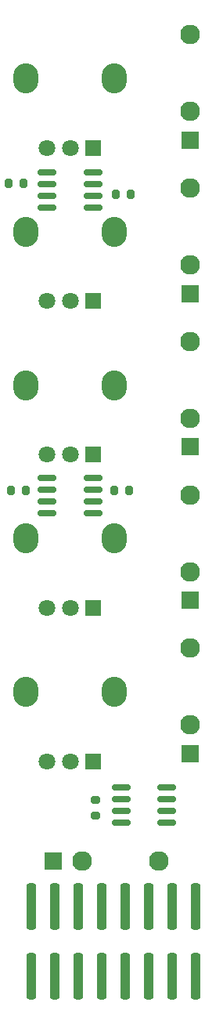
<source format=gbr>
%TF.GenerationSoftware,KiCad,Pcbnew,(7.0.0)*%
%TF.CreationDate,2023-03-10T05:54:07-08:00*%
%TF.ProjectId,wismix,7769736d-6978-42e6-9b69-6361645f7063,rev?*%
%TF.SameCoordinates,Original*%
%TF.FileFunction,Soldermask,Top*%
%TF.FilePolarity,Negative*%
%FSLAX46Y46*%
G04 Gerber Fmt 4.6, Leading zero omitted, Abs format (unit mm)*
G04 Created by KiCad (PCBNEW (7.0.0)) date 2023-03-10 05:54:07*
%MOMM*%
%LPD*%
G01*
G04 APERTURE LIST*
G04 Aperture macros list*
%AMRoundRect*
0 Rectangle with rounded corners*
0 $1 Rounding radius*
0 $2 $3 $4 $5 $6 $7 $8 $9 X,Y pos of 4 corners*
0 Add a 4 corners polygon primitive as box body*
4,1,4,$2,$3,$4,$5,$6,$7,$8,$9,$2,$3,0*
0 Add four circle primitives for the rounded corners*
1,1,$1+$1,$2,$3*
1,1,$1+$1,$4,$5*
1,1,$1+$1,$6,$7*
1,1,$1+$1,$8,$9*
0 Add four rect primitives between the rounded corners*
20,1,$1+$1,$2,$3,$4,$5,0*
20,1,$1+$1,$4,$5,$6,$7,0*
20,1,$1+$1,$6,$7,$8,$9,0*
20,1,$1+$1,$8,$9,$2,$3,0*%
G04 Aperture macros list end*
%ADD10RoundRect,0.150000X-0.825000X-0.150000X0.825000X-0.150000X0.825000X0.150000X-0.825000X0.150000X0*%
%ADD11O,2.720000X3.240000*%
%ADD12R,1.800000X1.800000*%
%ADD13C,1.800000*%
%ADD14RoundRect,0.200000X-0.275000X0.200000X-0.275000X-0.200000X0.275000X-0.200000X0.275000X0.200000X0*%
%ADD15RoundRect,0.200000X-0.200000X-0.275000X0.200000X-0.275000X0.200000X0.275000X-0.200000X0.275000X0*%
%ADD16RoundRect,0.200000X0.200000X0.275000X-0.200000X0.275000X-0.200000X-0.275000X0.200000X-0.275000X0*%
%ADD17C,2.130000*%
%ADD18R,1.830000X1.930000*%
%ADD19R,1.930000X1.830000*%
%ADD20RoundRect,0.255000X0.255000X-2.245000X0.255000X2.245000X-0.255000X2.245000X-0.255000X-2.245000X0*%
G04 APERTURE END LIST*
D10*
%TO.C,U3*%
X35775000Y-113595000D03*
X35775000Y-114865000D03*
X35775000Y-116135000D03*
X35775000Y-117405000D03*
X40725000Y-117405000D03*
X40725000Y-116135000D03*
X40725000Y-114865000D03*
X40725000Y-113595000D03*
%TD*%
%TO.C,U2*%
X27775000Y-80095000D03*
X27775000Y-81365000D03*
X27775000Y-82635000D03*
X27775000Y-83905000D03*
X32725000Y-83905000D03*
X32725000Y-82635000D03*
X32725000Y-81365000D03*
X32725000Y-80095000D03*
%TD*%
%TO.C,U1*%
X27775000Y-47095000D03*
X27775000Y-48365000D03*
X27775000Y-49635000D03*
X27775000Y-50905000D03*
X32725000Y-50905000D03*
X32725000Y-49635000D03*
X32725000Y-48365000D03*
X32725000Y-47095000D03*
%TD*%
D11*
%TO.C,RV5*%
X35072499Y-103249999D03*
X25472499Y-103249999D03*
D12*
X32772499Y-110749999D03*
D13*
X30272500Y-110750000D03*
X27772500Y-110750000D03*
%TD*%
%TO.C,RV4*%
X27772500Y-94175000D03*
X30272500Y-94175000D03*
D12*
X32772499Y-94174999D03*
D11*
X25472499Y-86674999D03*
X35072499Y-86674999D03*
%TD*%
%TO.C,RV3*%
X35072499Y-70099999D03*
X25472499Y-70099999D03*
D12*
X32772499Y-77599999D03*
D13*
X30272500Y-77600000D03*
X27772500Y-77600000D03*
%TD*%
%TO.C,RV2*%
X27772500Y-61025000D03*
X30272500Y-61025000D03*
D12*
X32772499Y-61024999D03*
D11*
X25472499Y-53524999D03*
X35072499Y-53524999D03*
%TD*%
D13*
%TO.C,RV1*%
X27772500Y-44475000D03*
X30272500Y-44475000D03*
D12*
X32772499Y-44474999D03*
D11*
X25472499Y-36974999D03*
X35072499Y-36974999D03*
%TD*%
D14*
%TO.C,R5*%
X33000000Y-114925000D03*
X33000000Y-116575000D03*
%TD*%
D15*
%TO.C,R4*%
X35000000Y-81500000D03*
X36650000Y-81500000D03*
%TD*%
D16*
%TO.C,R3*%
X25500000Y-81500000D03*
X23850000Y-81500000D03*
%TD*%
D15*
%TO.C,R2*%
X35175000Y-49500000D03*
X36825000Y-49500000D03*
%TD*%
D16*
%TO.C,R1*%
X25250000Y-48250000D03*
X23600000Y-48250000D03*
%TD*%
D17*
%TO.C,J7*%
X31570000Y-121500000D03*
X39870000Y-121500000D03*
D18*
X28469999Y-121499999D03*
%TD*%
D19*
%TO.C,J6*%
X43272499Y-109924999D03*
D17*
X43272500Y-98525000D03*
X43272500Y-106825000D03*
%TD*%
%TO.C,J5*%
X43272500Y-90250000D03*
X43272500Y-81950000D03*
D19*
X43272499Y-93349999D03*
%TD*%
D17*
%TO.C,J4*%
X43272500Y-73675000D03*
X43272500Y-65375000D03*
D19*
X43272499Y-76774999D03*
%TD*%
D17*
%TO.C,J3*%
X43258674Y-57100000D03*
X43258674Y-48800000D03*
D19*
X43258673Y-60199999D03*
%TD*%
%TO.C,J2*%
X43272499Y-43599999D03*
D17*
X43272500Y-32200000D03*
X43272500Y-40500000D03*
%TD*%
D20*
%TO.C,J1*%
X26050000Y-134000000D03*
X28590000Y-134000000D03*
X31130000Y-134000000D03*
X33670000Y-134000000D03*
X36210000Y-134000000D03*
X38750000Y-134000000D03*
X41290000Y-134000000D03*
X43830000Y-134000000D03*
X26050000Y-126400000D03*
X28590000Y-126400000D03*
X31130000Y-126400000D03*
X33670000Y-126400000D03*
X36210000Y-126400000D03*
X38750000Y-126400000D03*
X41290000Y-126400000D03*
X43830000Y-126400000D03*
%TD*%
M02*

</source>
